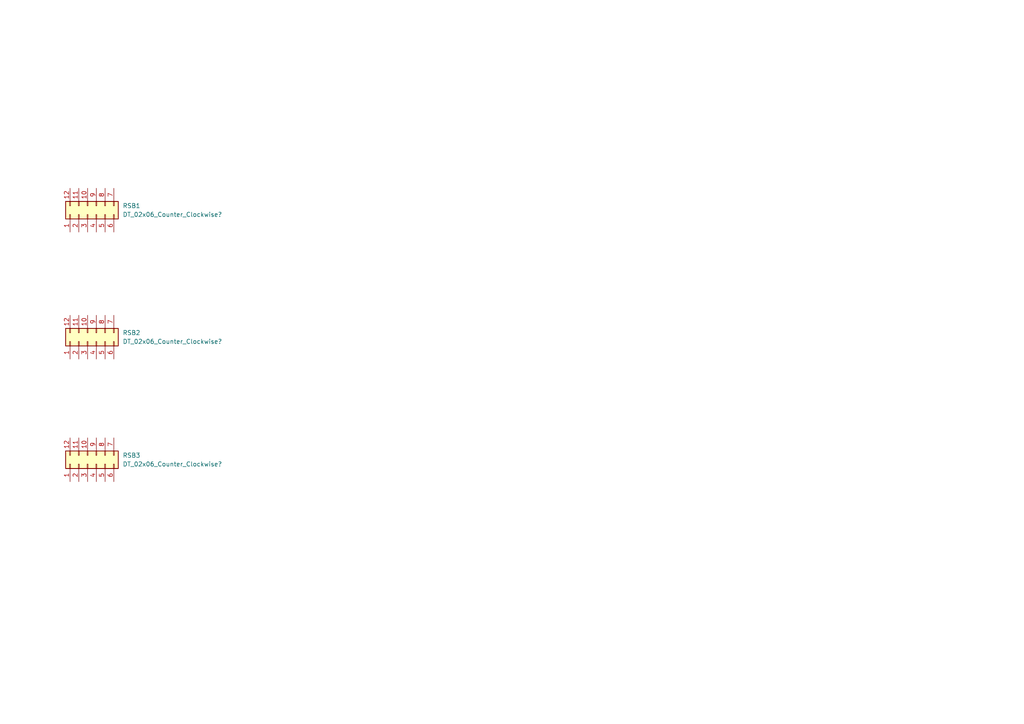
<source format=kicad_sch>
(kicad_sch (version 20250114) (generator "eeschema") (generator_version "9.0")
  (paper "A4")
  (lib_symbols
    (symbol "Connector_Generic:Conn_02x06_Counter_Clockwise" (pin_names (offset 1.016) (hide yes))
      (property "Reference" "J" (at 1.27 7.62 0))
      (property "Value" "Conn_02x06_Counter_Clockwise" (at 1.27 -10.16 0))
      (symbol "Conn_02x06_Counter_Clockwise_1_1"
        (rectangle (start -1.27 6.35) (end 3.81 -8.89) (stroke (width 0.254)) (fill (type background)))
        (rectangle (start -1.27 5.207) (end 0 4.953) (stroke (width 0.1524)))
        (rectangle (start -1.27 2.667) (end 0 2.413) (stroke (width 0.1524)))
        (rectangle (start -1.27 0.127) (end 0 -0.127) (stroke (width 0.1524)))
        (rectangle (start -1.27 -2.413) (end 0 -2.667) (stroke (width 0.1524)))
        (rectangle (start -1.27 -4.953) (end 0 -5.207) (stroke (width 0.1524)))
        (rectangle (start -1.27 -7.493) (end 0 -7.747) (stroke (width 0.1524)))
        (rectangle (start 3.81 5.207) (end 2.54 4.953) (stroke (width 0.1524)))
        (rectangle (start 3.81 2.667) (end 2.54 2.413) (stroke (width 0.1524)))
        (rectangle (start 3.81 0.127) (end 2.54 -0.127) (stroke (width 0.1524)))
        (rectangle (start 3.81 -2.413) (end 2.54 -2.667) (stroke (width 0.1524)))
        (rectangle (start 3.81 -4.953) (end 2.54 -5.207) (stroke (width 0.1524)))
        (rectangle (start 3.81 -7.493) (end 2.54 -7.747) (stroke (width 0.1524)))
        (pin passive line (at -5.08 5.08 0) (length 3.81) (name "Pin_1") (number "1"))
        (pin passive line (at -5.08 2.54 0) (length 3.81) (name "Pin_2") (number "2"))
        (pin passive line (at -5.08 0 0) (length 3.81) (name "Pin_3") (number "3"))
        (pin passive line (at -5.08 -2.54 0) (length 3.81) (name "Pin_4") (number "4"))
        (pin passive line (at -5.08 -5.08 0) (length 3.81) (name "Pin_5") (number "5"))
        (pin passive line (at -5.08 -7.62 0) (length 3.81) (name "Pin_6") (number "6"))
        (pin passive line (at 7.62 5.08 180) (length 3.81) (name "Pin_12") (number "12"))
        (pin passive line (at 7.62 2.54 180) (length 3.81) (name "Pin_11") (number "11"))
        (pin passive line (at 7.62 0 180) (length 3.81) (name "Pin_10") (number "10"))
        (pin passive line (at 7.62 -2.54 180) (length 3.81) (name "Pin_9") (number "9"))
        (pin passive line (at 7.62 -5.08 180) (length 3.81) (name "Pin_8") (number "8"))
        (pin passive line (at 7.62 -7.62 180) (length 3.81) (name "Pin_7") (number "7"))
      )
    )
  )
  (symbol (lib_id "Connector_Generic:Conn_02x06_Counter_Clockwise") (at 25.4 99.06 90) (unit 1)
    (property "Reference" "RSB2" (at 35.56 96.5199 90) (effects (justify right)))
    (property "Value" "DT_02x06_Counter_Clockwise?" (at 35.56 99.0599 90) (effects (justify right)))
    (property "Description" "Generic connector, double row, 02x06, counter clockwise pin numbering scheme (similar to DIP package numbering), script generated (kicad-library-utils/schlib/autogen/connector/)" (effects (hide yes)))
  )
  (symbol (lib_id "Connector_Generic:Conn_02x06_Counter_Clockwise") (at 25.4 62.23 90) (unit 1)
    (property "Reference" "RSB1" (at 35.56 59.6899 90) (effects (justify right)))
    (property "Value" "DT_02x06_Counter_Clockwise?" (at 35.56 62.2299 90) (effects (justify right)))
    (property "Description" "Generic connector, double row, 02x06, counter clockwise pin numbering scheme (similar to DIP package numbering), script generated (kicad-library-utils/schlib/autogen/connector/)" (effects (hide yes)))
  )
  (symbol (lib_id "Connector_Generic:Conn_02x06_Counter_Clockwise") (at 25.4 134.62 90) (unit 1)
    (property "Reference" "RSB3" (at 35.56 132.0799 90) (effects (justify right)))
    (property "Value" "DT_02x06_Counter_Clockwise?" (at 35.56 134.6199 90) (effects (justify right)))
    (property "Description" "Generic connector, double row, 02x06, counter clockwise pin numbering scheme (similar to DIP package numbering), script generated (kicad-library-utils/schlib/autogen/connector/)" (effects (hide yes)))
  )
)
</source>
